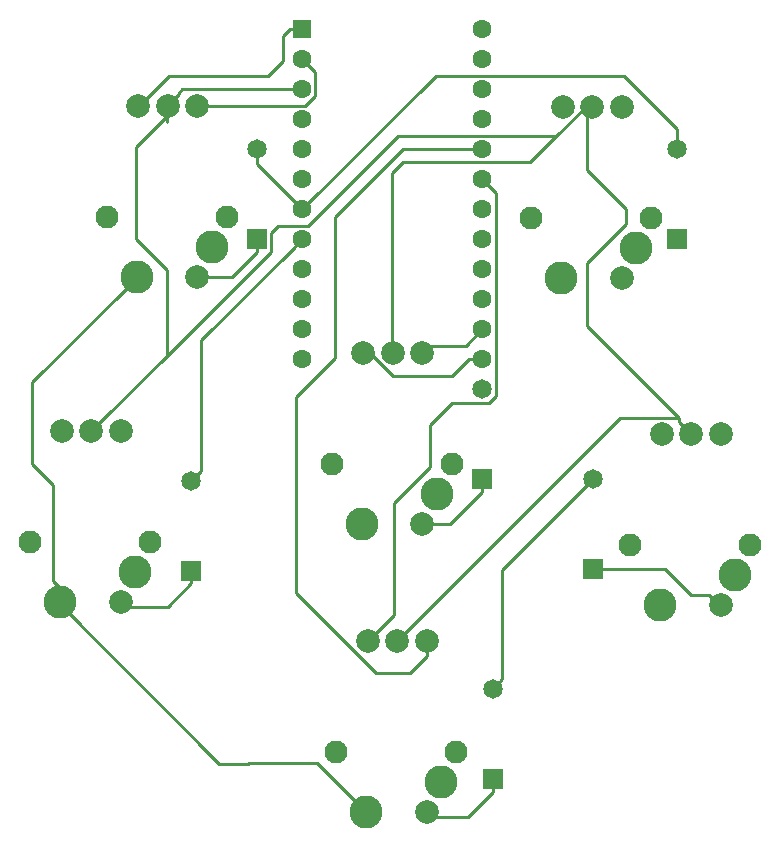
<source format=gbr>
G04 #@! TF.GenerationSoftware,KiCad,Pcbnew,(5.1.4)-1*
G04 #@! TF.CreationDate,2019-09-22T21:20:08-07:00*
G04 #@! TF.ProjectId,macropad,6d616372-6f70-4616-942e-6b696361645f,rev?*
G04 #@! TF.SameCoordinates,Original*
G04 #@! TF.FileFunction,Copper,L2,Bot*
G04 #@! TF.FilePolarity,Positive*
%FSLAX46Y46*%
G04 Gerber Fmt 4.6, Leading zero omitted, Abs format (unit mm)*
G04 Created by KiCad (PCBNEW (5.1.4)-1) date 2019-09-22 21:20:08*
%MOMM*%
%LPD*%
G04 APERTURE LIST*
%ADD10C,2.000000*%
%ADD11C,2.800000*%
%ADD12C,1.950000*%
%ADD13R,1.651000X1.651000*%
%ADD14C,1.651000*%
%ADD15C,1.600000*%
%ADD16R,1.600000X1.600000*%
%ADD17C,0.250000*%
G04 APERTURE END LIST*
D10*
X177683160Y-104140000D03*
D11*
X172552360Y-118623080D03*
D12*
X170012360Y-113543080D03*
X180172360Y-113543080D03*
D11*
X178902360Y-116083080D03*
D10*
X175173000Y-104140000D03*
X172673000Y-104140000D03*
X177673000Y-118640000D03*
X152791160Y-121666000D03*
D11*
X147660360Y-136149080D03*
D12*
X145120360Y-131069080D03*
X155280360Y-131069080D03*
D11*
X154010360Y-133609080D03*
D10*
X150281000Y-121666000D03*
X147781000Y-121666000D03*
X152781000Y-136166000D03*
X152410160Y-97282000D03*
D11*
X147279360Y-111765080D03*
D12*
X144739360Y-106685080D03*
X154899360Y-106685080D03*
D11*
X153629360Y-109225080D03*
D10*
X149900000Y-97282000D03*
X147400000Y-97282000D03*
X152400000Y-111782000D03*
X126883160Y-103886000D03*
D11*
X121752360Y-118369080D03*
D12*
X119212360Y-113289080D03*
X129372360Y-113289080D03*
D11*
X128102360Y-115829080D03*
D10*
X124373000Y-103886000D03*
X121873000Y-103886000D03*
X126873000Y-118386000D03*
X169301160Y-76454000D03*
D11*
X164170360Y-90937080D03*
D12*
X161630360Y-85857080D03*
X171790360Y-85857080D03*
D11*
X170520360Y-88397080D03*
D10*
X166791000Y-76454000D03*
X164291000Y-76454000D03*
X169291000Y-90954000D03*
X133360160Y-76327000D03*
D11*
X128229360Y-90810080D03*
D12*
X125689360Y-85730080D03*
X135849360Y-85730080D03*
D11*
X134579360Y-88270080D03*
D10*
X130850000Y-76327000D03*
X128350000Y-76327000D03*
X133350000Y-90827000D03*
D13*
X166878000Y-115570000D03*
D14*
X166878000Y-107950000D03*
D13*
X173990000Y-87630000D03*
D14*
X173990000Y-80010000D03*
D13*
X158369000Y-133350000D03*
D14*
X158369000Y-125730000D03*
D15*
X157480000Y-69850000D03*
X157480000Y-72390000D03*
X157480000Y-74930000D03*
X157480000Y-77470000D03*
X157480000Y-80010000D03*
X157480000Y-82550000D03*
X157480000Y-85090000D03*
X157480000Y-87630000D03*
X157480000Y-90170000D03*
X157480000Y-92710000D03*
X157480000Y-95250000D03*
X157480000Y-97790000D03*
X142240000Y-97790000D03*
X142240000Y-95250000D03*
X142240000Y-92710000D03*
X142240000Y-90170000D03*
X142240000Y-87630000D03*
X142240000Y-85090000D03*
X142240000Y-82550000D03*
X142240000Y-80010000D03*
X142240000Y-77470000D03*
X142240000Y-74930000D03*
X142240000Y-72390000D03*
D16*
X142240000Y-69850000D03*
D13*
X157480000Y-107950000D03*
D14*
X157480000Y-100330000D03*
D13*
X138430000Y-87630000D03*
D14*
X138430000Y-80010000D03*
D13*
X132842000Y-115697000D03*
D14*
X132842000Y-108077000D03*
D17*
X132842000Y-116772500D02*
X132842000Y-115697000D01*
X130854500Y-118760000D02*
X132842000Y-116772500D01*
X126960000Y-118760000D02*
X130854500Y-118760000D01*
X141440001Y-88429999D02*
X142240000Y-87630000D01*
X133667499Y-96202501D02*
X141440001Y-88429999D01*
X133667499Y-107251501D02*
X133667499Y-96202501D01*
X132842000Y-108077000D02*
X133667499Y-107251501D01*
X158369000Y-134425500D02*
X158369000Y-133350000D01*
X156254500Y-136540000D02*
X158369000Y-134425500D01*
X152360000Y-136540000D02*
X156254500Y-136540000D01*
X166052501Y-108775499D02*
X166878000Y-107950000D01*
X159194499Y-115633501D02*
X166052501Y-108775499D01*
X159194499Y-124904501D02*
X159194499Y-115633501D01*
X158369000Y-125730000D02*
X159194499Y-124904501D01*
X138430000Y-88705500D02*
X138430000Y-87630000D01*
X136315500Y-90820000D02*
X138430000Y-88705500D01*
X133310000Y-90820000D02*
X136315500Y-90820000D01*
X138430000Y-81280000D02*
X142240000Y-85090000D01*
X138430000Y-80010000D02*
X138430000Y-81280000D01*
X173990000Y-80010000D02*
X173990000Y-78842567D01*
X173990000Y-78292838D02*
X169484162Y-73787000D01*
X173990000Y-80010000D02*
X173990000Y-78292838D01*
X153543000Y-73787000D02*
X142240000Y-85090000D01*
X169484162Y-73787000D02*
X153543000Y-73787000D01*
X157480000Y-109025500D02*
X157480000Y-107950000D01*
X154723500Y-111782000D02*
X157480000Y-109025500D01*
X152400000Y-111782000D02*
X154723500Y-111782000D01*
X176673001Y-117767001D02*
X175171001Y-117767001D01*
X177673000Y-118767000D02*
X176673001Y-117767001D01*
X172974000Y-115570000D02*
X166878000Y-115570000D01*
X175171001Y-117767001D02*
X172974000Y-115570000D01*
X119380000Y-99750000D02*
X127381000Y-91749000D01*
X119380000Y-106680000D02*
X119380000Y-99750000D01*
X127381000Y-91749000D02*
X128310000Y-90820000D01*
X121752360Y-117151182D02*
X121158000Y-116556822D01*
X121752360Y-119131080D02*
X121752360Y-117151182D01*
X121158000Y-108458000D02*
X119380000Y-106680000D01*
X121158000Y-116556822D02*
X121158000Y-108458000D01*
X146260361Y-134749081D02*
X147660360Y-136149080D01*
X143509379Y-131998099D02*
X146260361Y-134749081D01*
X137737399Y-131998099D02*
X143509379Y-131998099D01*
X137699748Y-132035750D02*
X137737399Y-131998099D01*
X135235750Y-132035750D02*
X137699748Y-132035750D01*
X121960000Y-118760000D02*
X135235750Y-132035750D01*
X141108630Y-74930000D02*
X142240000Y-74930000D01*
X132114998Y-74930000D02*
X141108630Y-74930000D01*
X131809999Y-75234999D02*
X132114998Y-74930000D01*
X131809999Y-75320001D02*
X131809999Y-75234999D01*
X130810000Y-76320000D02*
X131809999Y-75320001D01*
X130810000Y-77734213D02*
X130810000Y-76320000D01*
X149860000Y-96640000D02*
X149860000Y-82062320D01*
X150787319Y-81135001D02*
X161554999Y-81135001D01*
X149860000Y-82062320D02*
X150787319Y-81135001D01*
X163738779Y-78884999D02*
X163771890Y-78918110D01*
X150350001Y-78884999D02*
X163738779Y-78884999D01*
X142730001Y-86504999D02*
X150350001Y-78884999D01*
X140190001Y-86504999D02*
X142730001Y-86504999D01*
X139580501Y-88715501D02*
X139580501Y-87114499D01*
X161554999Y-81135001D02*
X163771890Y-78918110D01*
X139580501Y-87114499D02*
X140190001Y-86504999D01*
X128143000Y-79796000D02*
X130850000Y-77089000D01*
X128143000Y-87630000D02*
X128143000Y-79796000D01*
X130810000Y-90281002D02*
X130794002Y-90281002D01*
X130794002Y-90281002D02*
X128143000Y-87630000D01*
X133689001Y-94607001D02*
X133769501Y-94526501D01*
X133769501Y-94526501D02*
X139580501Y-88715501D01*
X130794002Y-97393002D02*
X130848501Y-97447501D01*
X130794002Y-90281002D02*
X130794002Y-97393002D01*
X125499999Y-102796003D02*
X130848501Y-97447501D01*
X130848501Y-97447501D02*
X133769501Y-94526501D01*
X150859999Y-121040001D02*
X149860000Y-122040000D01*
X174124000Y-102743000D02*
X169157000Y-102743000D01*
X166370000Y-94989000D02*
X174124000Y-102743000D01*
X166370000Y-76320000D02*
X166370000Y-81788000D01*
X163771890Y-78918110D02*
X166370000Y-76320000D01*
X169157000Y-102743000D02*
X150859999Y-121040001D01*
X174173001Y-102792001D02*
X174124000Y-102743000D01*
X174173001Y-103140001D02*
X174173001Y-102792001D01*
X175173000Y-104140000D02*
X174173001Y-103140001D01*
X166370000Y-81788000D02*
X169672000Y-85090000D01*
X166370000Y-89638442D02*
X166370000Y-94989000D01*
X169672000Y-86336442D02*
X166370000Y-89638442D01*
X169672000Y-85090000D02*
X169672000Y-86336442D01*
X125462997Y-102796003D02*
X124373000Y-103886000D01*
X125499999Y-102796003D02*
X125462997Y-102796003D01*
X158279999Y-83349999D02*
X157480000Y-82550000D01*
X158630501Y-83700501D02*
X158279999Y-83349999D01*
X158630501Y-100882241D02*
X158630501Y-83700501D01*
X158032241Y-101480501D02*
X158630501Y-100882241D01*
X154934497Y-101480501D02*
X158032241Y-101480501D01*
X147360000Y-122040000D02*
X149987000Y-119413000D01*
X149987000Y-109958442D02*
X153035000Y-106910442D01*
X149987000Y-119413000D02*
X149987000Y-109958442D01*
X153035000Y-103379998D02*
X154934497Y-101480501D01*
X153035000Y-106910442D02*
X153035000Y-103379998D01*
X150749000Y-80010000D02*
X157480000Y-80010000D01*
X145034000Y-85725000D02*
X150749000Y-80010000D01*
X145034000Y-97686998D02*
X145034000Y-85725000D01*
X152781000Y-122916000D02*
X151364000Y-124333000D01*
X152781000Y-121666000D02*
X152781000Y-122916000D01*
X151364000Y-124333000D02*
X148486998Y-124333000D01*
X148486998Y-124333000D02*
X141732000Y-117578002D01*
X141732000Y-117578002D02*
X141732000Y-100988998D01*
X141732000Y-100988998D02*
X145034000Y-97686998D01*
X143039999Y-73189999D02*
X142240000Y-72390000D01*
X143365001Y-73515001D02*
X143039999Y-73189999D01*
X143365001Y-75470001D02*
X143365001Y-73515001D01*
X142515002Y-76320000D02*
X143365001Y-75470001D01*
X133310000Y-76320000D02*
X142515002Y-76320000D01*
X127941700Y-76845800D02*
X130949700Y-73837800D01*
X139318802Y-73837800D02*
X140652500Y-72504102D01*
X130949700Y-73837800D02*
X139318802Y-73837800D01*
X141190000Y-69850000D02*
X142240000Y-69850000D01*
X140652500Y-70387500D02*
X141190000Y-69850000D01*
X140652500Y-72504102D02*
X140652500Y-70387500D01*
X156348630Y-97790000D02*
X154951630Y-99187000D01*
X157480000Y-97790000D02*
X156348630Y-97790000D01*
X149907000Y-99187000D02*
X147360000Y-96640000D01*
X154951630Y-99187000D02*
X149907000Y-99187000D01*
X156090000Y-96640000D02*
X157480000Y-95250000D01*
X152360000Y-96640000D02*
X156090000Y-96640000D01*
M02*

</source>
